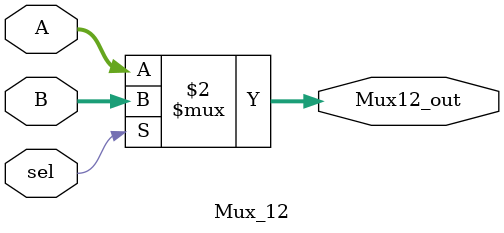
<source format=v>
`timescale 1ns / 1ps


module Mux_12(
	input wire 			sel,
	input wire [31:0]	A, B,
    output wire [31:0]	Mux12_out	
	);
	
	assign	Mux12_out	=	sel == 1'b0 ? A : B;

endmodule

</source>
